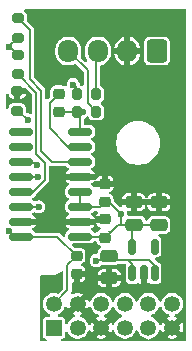
<source format=gbr>
%TF.GenerationSoftware,KiCad,Pcbnew,9.0.6*%
%TF.CreationDate,2025-12-29T21:28:49-05:00*%
%TF.ProjectId,plimsoll,706c696d-736f-46c6-9c2e-6b696361645f,rev?*%
%TF.SameCoordinates,Original*%
%TF.FileFunction,Copper,L1,Top*%
%TF.FilePolarity,Positive*%
%FSLAX46Y46*%
G04 Gerber Fmt 4.6, Leading zero omitted, Abs format (unit mm)*
G04 Created by KiCad (PCBNEW 9.0.6) date 2025-12-29 21:28:49*
%MOMM*%
%LPD*%
G01*
G04 APERTURE LIST*
G04 Aperture macros list*
%AMRoundRect*
0 Rectangle with rounded corners*
0 $1 Rounding radius*
0 $2 $3 $4 $5 $6 $7 $8 $9 X,Y pos of 4 corners*
0 Add a 4 corners polygon primitive as box body*
4,1,4,$2,$3,$4,$5,$6,$7,$8,$9,$2,$3,0*
0 Add four circle primitives for the rounded corners*
1,1,$1+$1,$2,$3*
1,1,$1+$1,$4,$5*
1,1,$1+$1,$6,$7*
1,1,$1+$1,$8,$9*
0 Add four rect primitives between the rounded corners*
20,1,$1+$1,$2,$3,$4,$5,0*
20,1,$1+$1,$4,$5,$6,$7,0*
20,1,$1+$1,$6,$7,$8,$9,0*
20,1,$1+$1,$8,$9,$2,$3,0*%
G04 Aperture macros list end*
%TA.AperFunction,SMDPad,CuDef*%
%ADD10RoundRect,0.200000X-0.275000X0.200000X-0.275000X-0.200000X0.275000X-0.200000X0.275000X0.200000X0*%
%TD*%
%TA.AperFunction,ComponentPad*%
%ADD11RoundRect,0.250000X0.600000X0.725000X-0.600000X0.725000X-0.600000X-0.725000X0.600000X-0.725000X0*%
%TD*%
%TA.AperFunction,ComponentPad*%
%ADD12O,1.700000X1.950000*%
%TD*%
%TA.AperFunction,SMDPad,CuDef*%
%ADD13RoundRect,0.225000X0.250000X-0.225000X0.250000X0.225000X-0.250000X0.225000X-0.250000X-0.225000X0*%
%TD*%
%TA.AperFunction,SMDPad,CuDef*%
%ADD14RoundRect,0.250000X0.475000X-0.250000X0.475000X0.250000X-0.475000X0.250000X-0.475000X-0.250000X0*%
%TD*%
%TA.AperFunction,SMDPad,CuDef*%
%ADD15RoundRect,0.150000X0.150000X-0.512500X0.150000X0.512500X-0.150000X0.512500X-0.150000X-0.512500X0*%
%TD*%
%TA.AperFunction,SMDPad,CuDef*%
%ADD16RoundRect,0.150000X0.850000X0.150000X-0.850000X0.150000X-0.850000X-0.150000X0.850000X-0.150000X0*%
%TD*%
%TA.AperFunction,SMDPad,CuDef*%
%ADD17RoundRect,0.225000X-0.250000X0.225000X-0.250000X-0.225000X0.250000X-0.225000X0.250000X0.225000X0*%
%TD*%
%TA.AperFunction,SMDPad,CuDef*%
%ADD18RoundRect,0.200000X0.275000X-0.200000X0.275000X0.200000X-0.275000X0.200000X-0.275000X-0.200000X0*%
%TD*%
%TA.AperFunction,SMDPad,CuDef*%
%ADD19RoundRect,0.200000X-0.200000X-0.275000X0.200000X-0.275000X0.200000X0.275000X-0.200000X0.275000X0*%
%TD*%
%TA.AperFunction,SMDPad,CuDef*%
%ADD20RoundRect,0.250000X-0.475000X0.250000X-0.475000X-0.250000X0.475000X-0.250000X0.475000X0.250000X0*%
%TD*%
%TA.AperFunction,ComponentPad*%
%ADD21R,1.350000X1.350000*%
%TD*%
%TA.AperFunction,ComponentPad*%
%ADD22C,1.350000*%
%TD*%
%TA.AperFunction,ViaPad*%
%ADD23C,0.600000*%
%TD*%
%TA.AperFunction,Conductor*%
%ADD24C,0.200000*%
%TD*%
G04 APERTURE END LIST*
D10*
%TO.P,R12,1*%
%TO.N,GND*%
X26370000Y-27460000D03*
%TO.P,R12,2*%
%TO.N,Net-(U6-XI)*%
X26370000Y-29110000D03*
%TD*%
D11*
%TO.P,J3,1,Pin_1*%
%TO.N,+3.3VADC*%
X38200000Y-24060000D03*
D12*
%TO.P,J3,2,Pin_2*%
%TO.N,GND*%
X35700000Y-24060000D03*
%TO.P,J3,3,Pin_3*%
%TO.N,/Signal-*%
X33200000Y-24060000D03*
%TO.P,J3,4,Pin_4*%
%TO.N,/Signal+*%
X30700000Y-24060000D03*
%TD*%
D13*
%TO.P,C8,1*%
%TO.N,+3.3VADC*%
X33800000Y-36850000D03*
%TO.P,C8,2*%
%TO.N,GND*%
X33800000Y-35300000D03*
%TD*%
D14*
%TO.P,C11,1*%
%TO.N,+3.3VADC*%
X38370000Y-38770000D03*
%TO.P,C11,2*%
%TO.N,GND*%
X38370000Y-36870000D03*
%TD*%
D10*
%TO.P,R11,1*%
%TO.N,+3V3*%
X26450000Y-24375000D03*
%TO.P,R11,2*%
%TO.N,Net-(U6-S1)*%
X26450000Y-26025000D03*
%TD*%
D15*
%TO.P,U5,1,VIN*%
%TO.N,VBUS*%
X36130000Y-42890000D03*
%TO.P,U5,2,GND*%
%TO.N,GND*%
X37080000Y-42890000D03*
%TO.P,U5,3,EN*%
%TO.N,VBUS*%
X38030000Y-42890000D03*
%TO.P,U5,4,NC*%
%TO.N,unconnected-(U5-NC-Pad4)*%
X38030000Y-40615000D03*
%TO.P,U5,5,VOUT*%
%TO.N,+3.3VADC*%
X36130000Y-40615000D03*
%TD*%
D16*
%TO.P,U6,1,AVDD*%
%TO.N,+3.3VADC*%
X31700000Y-39780000D03*
%TO.P,U6,2,AGND*%
%TO.N,GND*%
X31700000Y-38510000D03*
%TO.P,U6,3,VRO/VREF*%
%TO.N,+3.3VADC*%
X31700000Y-37240000D03*
%TO.P,U6,4,VFB*%
X31700000Y-35970000D03*
%TO.P,U6,5,AGND*%
%TO.N,GND*%
X31700000Y-34700000D03*
%TO.P,U6,6,S0*%
%TO.N,Net-(U6-S0)*%
X31700000Y-33430000D03*
%TO.P,U6,7,INA-*%
%TO.N,Net-(U6-INA-)*%
X31700000Y-32160000D03*
%TO.P,U6,8,INA+*%
%TO.N,Net-(U6-INA+)*%
X31700000Y-30890000D03*
%TO.P,U6,9,INB-*%
%TO.N,unconnected-(U6-INB--Pad9)*%
X26700000Y-30890000D03*
%TO.P,U6,10,INB+*%
%TO.N,unconnected-(U6-INB+-Pad10)*%
X26700000Y-32160000D03*
%TO.P,U6,11,PD_SCK*%
%TO.N,/B3*%
X26700000Y-33430000D03*
%TO.P,U6,12,DOUT*%
%TO.N,/B4*%
X26700000Y-34700000D03*
%TO.P,U6,13,S1*%
%TO.N,Net-(U6-S1)*%
X26700000Y-35970000D03*
%TO.P,U6,14,XI*%
%TO.N,Net-(U6-XI)*%
X26700000Y-37240000D03*
%TO.P,U6,15,DGND*%
%TO.N,GND*%
X26700000Y-38510000D03*
%TO.P,U6,16,DVDD*%
%TO.N,+3V3*%
X26700000Y-39780000D03*
%TD*%
D17*
%TO.P,C7,1*%
%TO.N,Net-(U6-INA-)*%
X29900000Y-27675000D03*
%TO.P,C7,2*%
%TO.N,Net-(U6-INA+)*%
X29900000Y-29225000D03*
%TD*%
D18*
%TO.P,R10,1*%
%TO.N,+3V3*%
X26450000Y-22925000D03*
%TO.P,R10,2*%
%TO.N,Net-(U6-S0)*%
X26450000Y-21275000D03*
%TD*%
D17*
%TO.P,C9,1*%
%TO.N,+3V3*%
X31400000Y-41400000D03*
%TO.P,C9,2*%
%TO.N,GND*%
X31400000Y-42950000D03*
%TD*%
D19*
%TO.P,R8,1*%
%TO.N,Net-(U6-INA-)*%
X31400000Y-27700000D03*
%TO.P,R8,2*%
%TO.N,/Signal-*%
X33050000Y-27700000D03*
%TD*%
%TO.P,R7,1*%
%TO.N,Net-(U6-INA+)*%
X31415000Y-29210000D03*
%TO.P,R7,2*%
%TO.N,/Signal+*%
X33065000Y-29210000D03*
%TD*%
D17*
%TO.P,C12,1*%
%TO.N,GND*%
X33800000Y-38300000D03*
%TO.P,C12,2*%
%TO.N,+3.3VADC*%
X33800000Y-39850000D03*
%TD*%
D20*
%TO.P,C6,1*%
%TO.N,VBUS*%
X34150000Y-41400000D03*
%TO.P,C6,2*%
%TO.N,GND*%
X34150000Y-43300000D03*
%TD*%
D14*
%TO.P,C10,1*%
%TO.N,+3.3VADC*%
X36240000Y-38750000D03*
%TO.P,C10,2*%
%TO.N,GND*%
X36240000Y-36850000D03*
%TD*%
D21*
%TO.P,J1,1,Pin_1*%
%TO.N,VBUS*%
X29480000Y-47480000D03*
D22*
%TO.P,J1,2,Pin_2*%
%TO.N,+3V3*%
X29480000Y-45480000D03*
%TO.P,J1,3,Pin_3*%
%TO.N,/B6*%
X31480000Y-47480000D03*
%TO.P,J1,4,Pin_4*%
%TO.N,GND*%
X31480000Y-45480000D03*
%TO.P,J1,5,Pin_5*%
X33480000Y-47480000D03*
%TO.P,J1,6,Pin_6*%
%TO.N,/B5*%
X33480000Y-45480000D03*
%TO.P,J1,7,Pin_7*%
%TO.N,/D2*%
X35480000Y-47480000D03*
%TO.P,J1,8,Pin_8*%
%TO.N,/B4*%
X35480000Y-45480000D03*
%TO.P,J1,9,Pin_9*%
%TO.N,/D3*%
X37480000Y-47480000D03*
%TO.P,J1,10,Pin_10*%
%TO.N,/B3*%
X37480000Y-45480000D03*
%TO.P,J1,11,Pin_11*%
%TO.N,GND*%
X39480000Y-47480000D03*
%TO.P,J1,12,Pin_12*%
%TO.N,/C13*%
X39480000Y-45480000D03*
%TD*%
D23*
%TO.N,GND*%
X32850000Y-21500000D03*
X32750000Y-43500000D03*
X35150000Y-35700000D03*
X40200000Y-35050000D03*
X29850000Y-43250000D03*
X30150000Y-38550000D03*
X40100000Y-27650000D03*
X40300000Y-40650000D03*
X40000000Y-21600000D03*
X28250000Y-38500000D03*
X28950000Y-25250000D03*
X26357291Y-28160000D03*
X33400000Y-34000000D03*
X38100000Y-35600000D03*
X30099265Y-34400735D03*
X28900000Y-21450000D03*
%TO.N,VBUS*%
X33050000Y-41800000D03*
%TO.N,+3.3VADC*%
X35115000Y-37840000D03*
%TO.N,+3V3*%
X25700000Y-39292898D03*
X25700000Y-23700000D03*
%TO.N,Net-(U6-INA-)*%
X31100000Y-26900000D03*
%TO.N,Net-(U6-INA+)*%
X31900000Y-29200000D03*
%TO.N,/B4*%
X28100000Y-34700000D03*
%TO.N,Net-(U6-XI)*%
X27250000Y-29900000D03*
X28200000Y-37250000D03*
%TO.N,/B3*%
X28042908Y-33707092D03*
%TD*%
D24*
%TO.N,GND*%
X39480000Y-47480000D02*
X39470000Y-47490000D01*
X31700000Y-34700000D02*
X30398530Y-34700000D01*
X26370000Y-27460000D02*
X26370000Y-28147291D01*
X30398530Y-34700000D02*
X30099265Y-34400735D01*
X31700000Y-38510000D02*
X33590000Y-38510000D01*
X31700000Y-38510000D02*
X30190000Y-38510000D01*
X30190000Y-38510000D02*
X30150000Y-38550000D01*
X26710000Y-38500000D02*
X26700000Y-38510000D01*
X28250000Y-38500000D02*
X26710000Y-38500000D01*
X33590000Y-38510000D02*
X33800000Y-38300000D01*
X26370000Y-28147291D02*
X26357291Y-28160000D01*
%TO.N,VBUS*%
X37562499Y-41760000D02*
X36750000Y-41760000D01*
X33850000Y-41760000D02*
X33090000Y-41760000D01*
X38030000Y-42227501D02*
X37562499Y-41760000D01*
X34030000Y-41580000D02*
X33850000Y-41760000D01*
X35760000Y-41760000D02*
X33850000Y-41760000D01*
X36750000Y-41760000D02*
X35760000Y-41760000D01*
X33090000Y-41760000D02*
X33050000Y-41800000D01*
X38030000Y-42890000D02*
X38030000Y-42227501D01*
X34030000Y-40990000D02*
X34030000Y-41580000D01*
X36130000Y-42890000D02*
X36130000Y-42130000D01*
X36130000Y-42130000D02*
X35760000Y-41760000D01*
%TO.N,+3.3VADC*%
X34125000Y-36850000D02*
X35115000Y-37840000D01*
X31700000Y-39780000D02*
X33730000Y-39780000D01*
X34900000Y-38750000D02*
X35130000Y-38750000D01*
X38370000Y-38770000D02*
X36260000Y-38770000D01*
X36260000Y-38770000D02*
X36240000Y-38750000D01*
X36130000Y-38860000D02*
X36240000Y-38750000D01*
X35115000Y-38735000D02*
X35130000Y-38750000D01*
X31700000Y-35970000D02*
X31700000Y-37240000D01*
X36130000Y-40615000D02*
X36130000Y-38860000D01*
X31700000Y-37240000D02*
X33410000Y-37240000D01*
X35115000Y-37840000D02*
X35115000Y-38735000D01*
X33800000Y-36850000D02*
X34125000Y-36850000D01*
X34140000Y-39340000D02*
X34110000Y-39340000D01*
X33410000Y-37240000D02*
X33800000Y-36850000D01*
X33800000Y-39850000D02*
X34900000Y-38750000D01*
X36240000Y-38750000D02*
X35130000Y-38750000D01*
X33730000Y-39780000D02*
X33800000Y-39850000D01*
X31890000Y-39970000D02*
X31700000Y-39780000D01*
%TO.N,+3V3*%
X26700000Y-39780000D02*
X26187102Y-39780000D01*
X25700000Y-23675000D02*
X26450000Y-22925000D01*
X29780000Y-39780000D02*
X26700000Y-39780000D01*
X26187102Y-39780000D02*
X25700000Y-39292898D01*
X25775000Y-23700000D02*
X26450000Y-24375000D01*
X31400000Y-41400000D02*
X30624000Y-42176000D01*
X30624000Y-42176000D02*
X30624000Y-44336000D01*
X25700000Y-23700000D02*
X25775000Y-23700000D01*
X31400000Y-41400000D02*
X29780000Y-39780000D01*
X30624000Y-44336000D02*
X29480000Y-45480000D01*
X25700000Y-23700000D02*
X25700000Y-23675000D01*
%TO.N,/Signal-*%
X33050000Y-24210000D02*
X33200000Y-24060000D01*
X33050000Y-27700000D02*
X33050000Y-24210000D01*
%TO.N,/Signal+*%
X33065000Y-29210000D02*
X32349000Y-28494000D01*
X32349000Y-28494000D02*
X32349000Y-25709000D01*
X32349000Y-25709000D02*
X30700000Y-24060000D01*
%TO.N,Net-(U6-INA-)*%
X29124000Y-30583999D02*
X30700001Y-32160000D01*
X30700001Y-32160000D02*
X31700000Y-32160000D01*
X29124000Y-28451000D02*
X29124000Y-30583999D01*
X31400000Y-27200000D02*
X31100000Y-26900000D01*
X31400000Y-27700000D02*
X31400000Y-27200000D01*
X29900000Y-27675000D02*
X29124000Y-28451000D01*
%TO.N,Net-(U6-INA+)*%
X31415000Y-29210000D02*
X31890000Y-29210000D01*
X30060000Y-29235000D02*
X30085000Y-29210000D01*
X31700000Y-29495000D02*
X31415000Y-29210000D01*
X31890000Y-29210000D02*
X31900000Y-29200000D01*
X30085000Y-29210000D02*
X31415000Y-29210000D01*
X31700000Y-30890000D02*
X31700000Y-29495000D01*
%TO.N,/B4*%
X28100000Y-34700000D02*
X26700000Y-34700000D01*
X35480000Y-45480000D02*
X35480000Y-44880000D01*
%TO.N,Net-(U6-S0)*%
X26450000Y-21275000D02*
X27450000Y-22275000D01*
X29280000Y-33430000D02*
X31700000Y-33430000D01*
X27450000Y-26457900D02*
X28402000Y-27409900D01*
X28402000Y-32552000D02*
X29280000Y-33430000D01*
X28402000Y-27409900D02*
X28402000Y-32552000D01*
X27450000Y-22275000D02*
X27450000Y-26457900D01*
%TO.N,Net-(U6-S1)*%
X28700000Y-33514242D02*
X28700000Y-34949943D01*
X28001000Y-32815242D02*
X28700000Y-33514242D01*
X28001000Y-27576000D02*
X28001000Y-32815242D01*
X27679943Y-35970000D02*
X26700000Y-35970000D01*
X26450000Y-26025000D02*
X28001000Y-27576000D01*
X28700000Y-34949943D02*
X27679943Y-35970000D01*
%TO.N,Net-(U6-XI)*%
X26460000Y-29110000D02*
X27250000Y-29900000D01*
X26710000Y-37250000D02*
X26700000Y-37240000D01*
X28200000Y-37250000D02*
X26710000Y-37250000D01*
X26370000Y-29110000D02*
X26460000Y-29110000D01*
%TO.N,/B3*%
X26770000Y-33500000D02*
X26700000Y-33430000D01*
X37480000Y-45220000D02*
X37480000Y-45480000D01*
X28042908Y-33707092D02*
X27835815Y-33500000D01*
X27835815Y-33500000D02*
X26770000Y-33500000D01*
%TD*%
%TA.AperFunction,Conductor*%
%TO.N,GND*%
G36*
X30210535Y-42721315D02*
G01*
X30259202Y-42771448D01*
X30273500Y-42829254D01*
X30273500Y-44139455D01*
X30253815Y-44206494D01*
X30237181Y-44227136D01*
X29896432Y-44567884D01*
X29835109Y-44601369D01*
X29765417Y-44596385D01*
X29761303Y-44594766D01*
X29749958Y-44590067D01*
X29749951Y-44590065D01*
X29571156Y-44554500D01*
X29571154Y-44554500D01*
X29388846Y-44554500D01*
X29388844Y-44554500D01*
X29210047Y-44590065D01*
X29210037Y-44590068D01*
X29041612Y-44659831D01*
X29041608Y-44659833D01*
X28890032Y-44761113D01*
X28890024Y-44761119D01*
X28761119Y-44890024D01*
X28761113Y-44890032D01*
X28659833Y-45041608D01*
X28659831Y-45041612D01*
X28590068Y-45210037D01*
X28590065Y-45210047D01*
X28554500Y-45388843D01*
X28554500Y-45388846D01*
X28554500Y-45571154D01*
X28554500Y-45571156D01*
X28554499Y-45571156D01*
X28590065Y-45749952D01*
X28590068Y-45749962D01*
X28659831Y-45918387D01*
X28659833Y-45918391D01*
X28761113Y-46069967D01*
X28761119Y-46069975D01*
X28890024Y-46198880D01*
X28890032Y-46198886D01*
X29041608Y-46300166D01*
X29041612Y-46300168D01*
X29079687Y-46315939D01*
X29134091Y-46359780D01*
X29156156Y-46426074D01*
X29138877Y-46493773D01*
X29087740Y-46541384D01*
X29032235Y-46554500D01*
X28780323Y-46554500D01*
X28707264Y-46569032D01*
X28707260Y-46569033D01*
X28624399Y-46624399D01*
X28569033Y-46707260D01*
X28569032Y-46707264D01*
X28554500Y-46780321D01*
X28554500Y-48179678D01*
X28569032Y-48252735D01*
X28569033Y-48252739D01*
X28569034Y-48252740D01*
X28624399Y-48335601D01*
X28675783Y-48369934D01*
X28707260Y-48390966D01*
X28707263Y-48390967D01*
X28772194Y-48403883D01*
X28834105Y-48436268D01*
X28868679Y-48496984D01*
X28864939Y-48566753D01*
X28824072Y-48623425D01*
X28759054Y-48649007D01*
X28748002Y-48649500D01*
X28394500Y-48649500D01*
X28327461Y-48629815D01*
X28281706Y-48577011D01*
X28270500Y-48525500D01*
X28270500Y-43184428D01*
X28290185Y-43117389D01*
X28342989Y-43071634D01*
X28394481Y-43060428D01*
X29146692Y-43060344D01*
X29255062Y-43060405D01*
X29255062Y-43060404D01*
X29255064Y-43060405D01*
X29353777Y-43044826D01*
X29485237Y-43024081D01*
X29706895Y-42952197D01*
X29914580Y-42846524D01*
X30076675Y-42728892D01*
X30142490Y-42705452D01*
X30210535Y-42721315D01*
G37*
%TD.AperFunction*%
%TA.AperFunction,Conductor*%
G36*
X33080000Y-47532661D02*
G01*
X33107259Y-47634394D01*
X33159920Y-47725606D01*
X33234394Y-47800080D01*
X33325606Y-47852741D01*
X33427339Y-47880000D01*
X33433553Y-47880000D01*
X33025050Y-48288500D01*
X33041849Y-48299725D01*
X33041855Y-48299728D01*
X33210182Y-48369451D01*
X33210194Y-48369454D01*
X33383277Y-48403883D01*
X33445188Y-48436268D01*
X33479762Y-48496983D01*
X33479312Y-48505363D01*
X33507201Y-48444297D01*
X33565979Y-48406523D01*
X33576723Y-48403883D01*
X33749805Y-48369454D01*
X33749813Y-48369452D01*
X33918151Y-48299724D01*
X33918154Y-48299723D01*
X33934947Y-48288500D01*
X33934948Y-48288500D01*
X33526448Y-47880000D01*
X33532661Y-47880000D01*
X33634394Y-47852741D01*
X33725606Y-47800080D01*
X33800080Y-47725606D01*
X33852741Y-47634394D01*
X33880000Y-47532661D01*
X33880000Y-47526448D01*
X34288500Y-47934948D01*
X34288500Y-47934947D01*
X34299723Y-47918154D01*
X34299726Y-47918148D01*
X34365168Y-47760156D01*
X34409008Y-47705752D01*
X34475302Y-47683687D01*
X34543002Y-47700966D01*
X34590613Y-47752103D01*
X34594290Y-47760155D01*
X34659833Y-47918390D01*
X34659833Y-47918391D01*
X34761113Y-48069967D01*
X34761119Y-48069975D01*
X34890024Y-48198880D01*
X34890032Y-48198886D01*
X35041608Y-48300166D01*
X35041612Y-48300168D01*
X35210037Y-48369931D01*
X35210042Y-48369933D01*
X35210046Y-48369933D01*
X35210047Y-48369934D01*
X35368735Y-48401500D01*
X35368737Y-48401500D01*
X35388846Y-48405500D01*
X35571154Y-48405500D01*
X35591263Y-48401500D01*
X35591265Y-48401500D01*
X35698417Y-48380185D01*
X35749958Y-48369933D01*
X35918389Y-48300167D01*
X35918391Y-48300166D01*
X35993672Y-48249864D01*
X36069972Y-48198883D01*
X36198883Y-48069972D01*
X36289103Y-47934948D01*
X36300166Y-47918391D01*
X36300168Y-47918387D01*
X36365439Y-47760808D01*
X36409280Y-47706404D01*
X36475574Y-47684339D01*
X36543273Y-47701618D01*
X36590884Y-47752755D01*
X36594561Y-47760808D01*
X36659831Y-47918387D01*
X36659833Y-47918391D01*
X36761113Y-48069967D01*
X36761119Y-48069975D01*
X36890024Y-48198880D01*
X36890032Y-48198886D01*
X37041608Y-48300166D01*
X37041612Y-48300168D01*
X37210037Y-48369931D01*
X37210042Y-48369933D01*
X37210046Y-48369933D01*
X37210047Y-48369934D01*
X37380715Y-48403883D01*
X37442626Y-48436268D01*
X37477200Y-48496984D01*
X37473460Y-48566753D01*
X37432593Y-48623425D01*
X37367575Y-48649007D01*
X37356523Y-48649500D01*
X33600914Y-48649500D01*
X33533875Y-48629815D01*
X33488120Y-48577011D01*
X33478907Y-48512937D01*
X33476023Y-48566753D01*
X33435157Y-48623425D01*
X33370138Y-48649006D01*
X33359086Y-48649500D01*
X30211998Y-48649500D01*
X30144959Y-48629815D01*
X30099204Y-48577011D01*
X30089260Y-48507853D01*
X30118285Y-48444297D01*
X30177063Y-48406523D01*
X30187806Y-48403883D01*
X30252736Y-48390967D01*
X30252737Y-48390966D01*
X30252740Y-48390966D01*
X30335601Y-48335601D01*
X30390966Y-48252740D01*
X30405500Y-48179674D01*
X30405500Y-47927765D01*
X30425185Y-47860726D01*
X30477989Y-47814971D01*
X30547147Y-47805027D01*
X30610703Y-47834052D01*
X30644061Y-47880313D01*
X30659831Y-47918387D01*
X30659833Y-47918391D01*
X30761113Y-48069967D01*
X30761119Y-48069975D01*
X30890024Y-48198880D01*
X30890032Y-48198886D01*
X31041608Y-48300166D01*
X31041612Y-48300168D01*
X31210037Y-48369931D01*
X31210042Y-48369933D01*
X31210046Y-48369933D01*
X31210047Y-48369934D01*
X31368735Y-48401500D01*
X31368737Y-48401500D01*
X31388846Y-48405500D01*
X31571154Y-48405500D01*
X31591263Y-48401500D01*
X31591265Y-48401500D01*
X31698417Y-48380185D01*
X31749958Y-48369933D01*
X31918389Y-48300167D01*
X31918391Y-48300166D01*
X31993672Y-48249864D01*
X32069972Y-48198883D01*
X32198883Y-48069972D01*
X32289103Y-47934948D01*
X32300166Y-47918391D01*
X32300168Y-47918387D01*
X32365709Y-47760156D01*
X32409550Y-47705752D01*
X32475844Y-47683687D01*
X32543543Y-47700966D01*
X32591154Y-47752103D01*
X32594831Y-47760156D01*
X32660271Y-47918145D01*
X32671498Y-47934947D01*
X33080000Y-47526445D01*
X33080000Y-47532661D01*
G37*
%TD.AperFunction*%
%TA.AperFunction,Conductor*%
G36*
X40642539Y-20520185D02*
G01*
X40688294Y-20572989D01*
X40699500Y-20624500D01*
X40699500Y-48525500D01*
X40679815Y-48592539D01*
X40627011Y-48638294D01*
X40575500Y-48649500D01*
X37603477Y-48649500D01*
X37536438Y-48629815D01*
X37490683Y-48577011D01*
X37480739Y-48507853D01*
X37509764Y-48444297D01*
X37568542Y-48406523D01*
X37579285Y-48403883D01*
X37693070Y-48381248D01*
X37749958Y-48369933D01*
X37918389Y-48300167D01*
X37918391Y-48300166D01*
X37993672Y-48249864D01*
X38069972Y-48198883D01*
X38198883Y-48069972D01*
X38289103Y-47934948D01*
X38300166Y-47918391D01*
X38300168Y-47918387D01*
X38365709Y-47760156D01*
X38409550Y-47705752D01*
X38475844Y-47683687D01*
X38543543Y-47700966D01*
X38591154Y-47752103D01*
X38594831Y-47760156D01*
X38660271Y-47918145D01*
X38671498Y-47934947D01*
X39080000Y-47526445D01*
X39080000Y-47532661D01*
X39107259Y-47634394D01*
X39159920Y-47725606D01*
X39234394Y-47800080D01*
X39325606Y-47852741D01*
X39427339Y-47880000D01*
X39433553Y-47880000D01*
X39025050Y-48288500D01*
X39041849Y-48299725D01*
X39041855Y-48299728D01*
X39210182Y-48369451D01*
X39210194Y-48369454D01*
X39371297Y-48401500D01*
X39588703Y-48401500D01*
X39749805Y-48369454D01*
X39749813Y-48369452D01*
X39918151Y-48299724D01*
X39918154Y-48299723D01*
X39934947Y-48288500D01*
X39934948Y-48288500D01*
X39526448Y-47880000D01*
X39532661Y-47880000D01*
X39634394Y-47852741D01*
X39725606Y-47800080D01*
X39800080Y-47725606D01*
X39852741Y-47634394D01*
X39880000Y-47532661D01*
X39880000Y-47526448D01*
X40288500Y-47934948D01*
X40288500Y-47934947D01*
X40299723Y-47918154D01*
X40299724Y-47918151D01*
X40369452Y-47749813D01*
X40369454Y-47749805D01*
X40404999Y-47571109D01*
X40405000Y-47571106D01*
X40405000Y-47388894D01*
X40404999Y-47388890D01*
X40369454Y-47210194D01*
X40369451Y-47210182D01*
X40299728Y-47041855D01*
X40299725Y-47041849D01*
X40288500Y-47025050D01*
X39880000Y-47433551D01*
X39880000Y-47427339D01*
X39852741Y-47325606D01*
X39800080Y-47234394D01*
X39725606Y-47159920D01*
X39634394Y-47107259D01*
X39532661Y-47080000D01*
X39526447Y-47080000D01*
X39934947Y-46671498D01*
X39918145Y-46660271D01*
X39760156Y-46594831D01*
X39705752Y-46550990D01*
X39683687Y-46484696D01*
X39700966Y-46416997D01*
X39752103Y-46369386D01*
X39760156Y-46365709D01*
X39918387Y-46300168D01*
X39918391Y-46300166D01*
X39993672Y-46249864D01*
X40069972Y-46198883D01*
X40198883Y-46069972D01*
X40289103Y-45934948D01*
X40300166Y-45918391D01*
X40300168Y-45918387D01*
X40349172Y-45800080D01*
X40369933Y-45749958D01*
X40405500Y-45571154D01*
X40405500Y-45388846D01*
X40405500Y-45388843D01*
X40369934Y-45210047D01*
X40369933Y-45210046D01*
X40369933Y-45210042D01*
X40365709Y-45199844D01*
X40300168Y-45041612D01*
X40300166Y-45041608D01*
X40198886Y-44890032D01*
X40198880Y-44890024D01*
X40069975Y-44761119D01*
X40069967Y-44761113D01*
X39918391Y-44659833D01*
X39918387Y-44659831D01*
X39749962Y-44590068D01*
X39749952Y-44590065D01*
X39571156Y-44554500D01*
X39571154Y-44554500D01*
X39388846Y-44554500D01*
X39388844Y-44554500D01*
X39210047Y-44590065D01*
X39210037Y-44590068D01*
X39041612Y-44659831D01*
X39041608Y-44659833D01*
X38890032Y-44761113D01*
X38890024Y-44761119D01*
X38761119Y-44890024D01*
X38761113Y-44890032D01*
X38659833Y-45041608D01*
X38594561Y-45199192D01*
X38550720Y-45253595D01*
X38484426Y-45275660D01*
X38416727Y-45258381D01*
X38369116Y-45207244D01*
X38365439Y-45199192D01*
X38300166Y-45041608D01*
X38198886Y-44890032D01*
X38198880Y-44890024D01*
X38069975Y-44761119D01*
X38069967Y-44761113D01*
X37918391Y-44659833D01*
X37918387Y-44659831D01*
X37749962Y-44590068D01*
X37749952Y-44590065D01*
X37571156Y-44554500D01*
X37571154Y-44554500D01*
X37388846Y-44554500D01*
X37388844Y-44554500D01*
X37210047Y-44590065D01*
X37210037Y-44590068D01*
X37041612Y-44659831D01*
X37041608Y-44659833D01*
X36890032Y-44761113D01*
X36890024Y-44761119D01*
X36761119Y-44890024D01*
X36761113Y-44890032D01*
X36659833Y-45041608D01*
X36594561Y-45199192D01*
X36550720Y-45253595D01*
X36484426Y-45275660D01*
X36416727Y-45258381D01*
X36369116Y-45207244D01*
X36365439Y-45199192D01*
X36300166Y-45041608D01*
X36198886Y-44890032D01*
X36198880Y-44890024D01*
X36069975Y-44761119D01*
X36069967Y-44761113D01*
X35918391Y-44659833D01*
X35918387Y-44659831D01*
X35749960Y-44590067D01*
X35749954Y-44590065D01*
X35661504Y-44572471D01*
X35623702Y-44558243D01*
X35615288Y-44553386D01*
X35526144Y-44529500D01*
X35433856Y-44529500D01*
X35344715Y-44553384D01*
X35344711Y-44553386D01*
X35336291Y-44558247D01*
X35298493Y-44572471D01*
X35210046Y-44590065D01*
X35210039Y-44590067D01*
X35041612Y-44659831D01*
X35041608Y-44659833D01*
X34890032Y-44761113D01*
X34890024Y-44761119D01*
X34761119Y-44890024D01*
X34761113Y-44890032D01*
X34659833Y-45041608D01*
X34594561Y-45199192D01*
X34550720Y-45253595D01*
X34484426Y-45275660D01*
X34416727Y-45258381D01*
X34369116Y-45207244D01*
X34365439Y-45199192D01*
X34300166Y-45041608D01*
X34198886Y-44890032D01*
X34198880Y-44890024D01*
X34069975Y-44761119D01*
X34069967Y-44761113D01*
X33918391Y-44659833D01*
X33918387Y-44659831D01*
X33749962Y-44590068D01*
X33749952Y-44590065D01*
X33571156Y-44554500D01*
X33571154Y-44554500D01*
X33388846Y-44554500D01*
X33388844Y-44554500D01*
X33210047Y-44590065D01*
X33210037Y-44590068D01*
X33041612Y-44659831D01*
X33041608Y-44659833D01*
X32890032Y-44761113D01*
X32890024Y-44761119D01*
X32761119Y-44890024D01*
X32761113Y-44890032D01*
X32659833Y-45041608D01*
X32659833Y-45041609D01*
X32594290Y-45199844D01*
X32550449Y-45254247D01*
X32484154Y-45276312D01*
X32416455Y-45259033D01*
X32368845Y-45207895D01*
X32365168Y-45199843D01*
X32299728Y-45041855D01*
X32299725Y-45041849D01*
X32288500Y-45025050D01*
X31880000Y-45433551D01*
X31880000Y-45427339D01*
X31852741Y-45325606D01*
X31800080Y-45234394D01*
X31725606Y-45159920D01*
X31634394Y-45107259D01*
X31532661Y-45080000D01*
X31526445Y-45080000D01*
X31934947Y-44671498D01*
X31918145Y-44660271D01*
X31749817Y-44590548D01*
X31749805Y-44590545D01*
X31571109Y-44555000D01*
X31388890Y-44555000D01*
X31210194Y-44590545D01*
X31210182Y-44590548D01*
X31113799Y-44630471D01*
X31044329Y-44637940D01*
X30981850Y-44606664D01*
X30946199Y-44546575D01*
X30948606Y-44479164D01*
X30948510Y-44479139D01*
X30948622Y-44478718D01*
X30948693Y-44476750D01*
X30950315Y-44472400D01*
X30950612Y-44471291D01*
X30950614Y-44471288D01*
X30974500Y-44382144D01*
X30974500Y-43773853D01*
X30994185Y-43706814D01*
X31046989Y-43661059D01*
X31101242Y-43650768D01*
X31101242Y-43650000D01*
X31149999Y-43649999D01*
X31650000Y-43649999D01*
X31695433Y-43649999D01*
X31695439Y-43649998D01*
X31752007Y-43643918D01*
X31875536Y-43597844D01*
X33175000Y-43597844D01*
X33181401Y-43657372D01*
X33181403Y-43657379D01*
X33231645Y-43792086D01*
X33231649Y-43792093D01*
X33317809Y-43907187D01*
X33317812Y-43907190D01*
X33432906Y-43993350D01*
X33432913Y-43993354D01*
X33567620Y-44043596D01*
X33567627Y-44043598D01*
X33627155Y-44049999D01*
X33627172Y-44050000D01*
X33900000Y-44050000D01*
X34400000Y-44050000D01*
X34672828Y-44050000D01*
X34672844Y-44049999D01*
X34732372Y-44043598D01*
X34732379Y-44043596D01*
X34867086Y-43993354D01*
X34867093Y-43993350D01*
X34982187Y-43907190D01*
X34982190Y-43907187D01*
X35068350Y-43792093D01*
X35068354Y-43792086D01*
X35118596Y-43657379D01*
X35118598Y-43657372D01*
X35124999Y-43597844D01*
X35125000Y-43597827D01*
X35125000Y-43550000D01*
X34400000Y-43550000D01*
X34400000Y-44050000D01*
X33900000Y-44050000D01*
X33900000Y-43550000D01*
X33175000Y-43550000D01*
X33175000Y-43597844D01*
X31875536Y-43597844D01*
X31879981Y-43596186D01*
X31879984Y-43596184D01*
X31989329Y-43514329D01*
X32056705Y-43424327D01*
X32056706Y-43424325D01*
X32071182Y-43404987D01*
X32071185Y-43404983D01*
X32118916Y-43277010D01*
X32124999Y-43220428D01*
X32125000Y-43220427D01*
X32125000Y-43200000D01*
X31650000Y-43200000D01*
X31650000Y-43649999D01*
X31149999Y-43649999D01*
X31150000Y-43649998D01*
X31150000Y-43074000D01*
X31169685Y-43006961D01*
X31175231Y-43002155D01*
X33175000Y-43002155D01*
X33175000Y-43050000D01*
X33900000Y-43050000D01*
X34400000Y-43050000D01*
X35125000Y-43050000D01*
X35125000Y-43002172D01*
X35124999Y-43002155D01*
X35118598Y-42942627D01*
X35118596Y-42942620D01*
X35068354Y-42807913D01*
X35068350Y-42807906D01*
X34982190Y-42692812D01*
X34982187Y-42692809D01*
X34867093Y-42606649D01*
X34867086Y-42606645D01*
X34732379Y-42556403D01*
X34732372Y-42556401D01*
X34672844Y-42550000D01*
X34400000Y-42550000D01*
X34400000Y-43050000D01*
X33900000Y-43050000D01*
X33900000Y-42550000D01*
X33627155Y-42550000D01*
X33567627Y-42556401D01*
X33567620Y-42556403D01*
X33432913Y-42606645D01*
X33432906Y-42606649D01*
X33317812Y-42692809D01*
X33317809Y-42692812D01*
X33231649Y-42807906D01*
X33231645Y-42807913D01*
X33181403Y-42942620D01*
X33181401Y-42942627D01*
X33175000Y-43002155D01*
X31175231Y-43002155D01*
X31222489Y-42961206D01*
X31274000Y-42950000D01*
X31400000Y-42950000D01*
X31400000Y-42824000D01*
X31419685Y-42756961D01*
X31472489Y-42711206D01*
X31524000Y-42700000D01*
X32124999Y-42700000D01*
X32124999Y-42679566D01*
X32124998Y-42679560D01*
X32118918Y-42622992D01*
X32071186Y-42495018D01*
X32071184Y-42495015D01*
X31989329Y-42385670D01*
X31879984Y-42303815D01*
X31879983Y-42303814D01*
X31846827Y-42291448D01*
X31790894Y-42249576D01*
X31766477Y-42184112D01*
X31781329Y-42115839D01*
X31830734Y-42066434D01*
X31846816Y-42059089D01*
X31880226Y-42046628D01*
X31989687Y-41964687D01*
X32071628Y-41855226D01*
X32119412Y-41727114D01*
X32121869Y-41704263D01*
X32125499Y-41670501D01*
X32125499Y-41670494D01*
X32125500Y-41670485D01*
X32125499Y-41129516D01*
X32119412Y-41072886D01*
X32108084Y-41042516D01*
X32092413Y-41000500D01*
X32071628Y-40944774D01*
X31989687Y-40835313D01*
X31923911Y-40786074D01*
X31880228Y-40753373D01*
X31880226Y-40753372D01*
X31752114Y-40705588D01*
X31752112Y-40705587D01*
X31752110Y-40705587D01*
X31695501Y-40699500D01*
X31695485Y-40699500D01*
X31246544Y-40699500D01*
X31217103Y-40690855D01*
X31187117Y-40684332D01*
X31182101Y-40680577D01*
X31179505Y-40679815D01*
X31158863Y-40663181D01*
X31037862Y-40542180D01*
X31004377Y-40480857D01*
X31009361Y-40411165D01*
X31051233Y-40355232D01*
X31116697Y-40330815D01*
X31125543Y-40330499D01*
X32581517Y-40330499D01*
X32581518Y-40330499D01*
X32675304Y-40315646D01*
X32788342Y-40258050D01*
X32833774Y-40212618D01*
X32879574Y-40166819D01*
X32906501Y-40152115D01*
X32932320Y-40135523D01*
X32938520Y-40134631D01*
X32940897Y-40133334D01*
X32967255Y-40130500D01*
X32977107Y-40130500D01*
X33044146Y-40150185D01*
X33089901Y-40202989D01*
X33093288Y-40211165D01*
X33093830Y-40212618D01*
X33128372Y-40305226D01*
X33210313Y-40414687D01*
X33319774Y-40496628D01*
X33369215Y-40515069D01*
X33425147Y-40556938D01*
X33449564Y-40622402D01*
X33434712Y-40690675D01*
X33400192Y-40730515D01*
X33317452Y-40792455D01*
X33231206Y-40907664D01*
X33231202Y-40907671D01*
X33180908Y-41042517D01*
X33174675Y-41100500D01*
X33174501Y-41102123D01*
X33174500Y-41102135D01*
X33174500Y-41125500D01*
X33154815Y-41192539D01*
X33102011Y-41238294D01*
X33050500Y-41249500D01*
X32977525Y-41249500D01*
X32848993Y-41283940D01*
X32837511Y-41287017D01*
X32711988Y-41359488D01*
X32711982Y-41359493D01*
X32609493Y-41461982D01*
X32609488Y-41461988D01*
X32537017Y-41587511D01*
X32537016Y-41587515D01*
X32499500Y-41727525D01*
X32499500Y-41872475D01*
X32537016Y-42012485D01*
X32537017Y-42012488D01*
X32609488Y-42138011D01*
X32609490Y-42138013D01*
X32609491Y-42138015D01*
X32711985Y-42240509D01*
X32711986Y-42240510D01*
X32711988Y-42240511D01*
X32837511Y-42312982D01*
X32837512Y-42312982D01*
X32837515Y-42312984D01*
X32977525Y-42350500D01*
X32977528Y-42350500D01*
X33122472Y-42350500D01*
X33122475Y-42350500D01*
X33262485Y-42312984D01*
X33388015Y-42240509D01*
X33451418Y-42177105D01*
X33512737Y-42143623D01*
X33559719Y-42144044D01*
X33559804Y-42143262D01*
X33576387Y-42145044D01*
X33627127Y-42150500D01*
X34672872Y-42150499D01*
X34732483Y-42144091D01*
X34801584Y-42118318D01*
X34844917Y-42110500D01*
X35471611Y-42110500D01*
X35538650Y-42130185D01*
X35584405Y-42182989D01*
X35594349Y-42252147D01*
X35594084Y-42253898D01*
X35579500Y-42345975D01*
X35579500Y-43434017D01*
X35590292Y-43502157D01*
X35594354Y-43527804D01*
X35651950Y-43640842D01*
X35651952Y-43640844D01*
X35651954Y-43640847D01*
X35741652Y-43730545D01*
X35741654Y-43730546D01*
X35741658Y-43730550D01*
X35826645Y-43773853D01*
X35854698Y-43788147D01*
X35948475Y-43802999D01*
X35948481Y-43803000D01*
X36311518Y-43802999D01*
X36405304Y-43788146D01*
X36518342Y-43730550D01*
X36518349Y-43730542D01*
X36526241Y-43724811D01*
X36527142Y-43726052D01*
X36578974Y-43697739D01*
X36648667Y-43702712D01*
X36683536Y-43725117D01*
X36684056Y-43724402D01*
X36691954Y-43730139D01*
X36804854Y-43787665D01*
X36829998Y-43791647D01*
X36830000Y-43791646D01*
X36830000Y-43014000D01*
X36849685Y-42946961D01*
X36902489Y-42901206D01*
X36954000Y-42890000D01*
X37206000Y-42890000D01*
X37273039Y-42909685D01*
X37318794Y-42962489D01*
X37330000Y-43014000D01*
X37330000Y-43791646D01*
X37330001Y-43791647D01*
X37355145Y-43787665D01*
X37468045Y-43730139D01*
X37475944Y-43724402D01*
X37476941Y-43725774D01*
X37528278Y-43697737D01*
X37597971Y-43702716D01*
X37633311Y-43725427D01*
X37633759Y-43724811D01*
X37641653Y-43730545D01*
X37641658Y-43730550D01*
X37726645Y-43773853D01*
X37754698Y-43788147D01*
X37848475Y-43802999D01*
X37848481Y-43803000D01*
X38211518Y-43802999D01*
X38305304Y-43788146D01*
X38418342Y-43730550D01*
X38508050Y-43640842D01*
X38565646Y-43527804D01*
X38565646Y-43527802D01*
X38565647Y-43527801D01*
X38580499Y-43434024D01*
X38580500Y-43434019D01*
X38580499Y-42345982D01*
X38565646Y-42252196D01*
X38508050Y-42139158D01*
X38508046Y-42139154D01*
X38508045Y-42139152D01*
X38418347Y-42049454D01*
X38418344Y-42049452D01*
X38418342Y-42049450D01*
X38305304Y-41991854D01*
X38305302Y-41991853D01*
X38296609Y-41987424D01*
X38297592Y-41985492D01*
X38261633Y-41963453D01*
X38037860Y-41739680D01*
X38004375Y-41678357D01*
X38009359Y-41608665D01*
X38051231Y-41552732D01*
X38116695Y-41528315D01*
X38125534Y-41527999D01*
X38211518Y-41527999D01*
X38305304Y-41513146D01*
X38418342Y-41455550D01*
X38508050Y-41365842D01*
X38565646Y-41252804D01*
X38565646Y-41252802D01*
X38565647Y-41252801D01*
X38580499Y-41159024D01*
X38580500Y-41159019D01*
X38580499Y-40070982D01*
X38565646Y-39977196D01*
X38508050Y-39864158D01*
X38508046Y-39864154D01*
X38508045Y-39864152D01*
X38418347Y-39774454D01*
X38418344Y-39774452D01*
X38418342Y-39774450D01*
X38380135Y-39754982D01*
X38329341Y-39707009D01*
X38312546Y-39639188D01*
X38335084Y-39573053D01*
X38389799Y-39529602D01*
X38436429Y-39520499D01*
X38892872Y-39520499D01*
X38952483Y-39514091D01*
X39087331Y-39463796D01*
X39202546Y-39377546D01*
X39288796Y-39262331D01*
X39339091Y-39127483D01*
X39345500Y-39067873D01*
X39345499Y-38472128D01*
X39340299Y-38423757D01*
X39339091Y-38412516D01*
X39288797Y-38277671D01*
X39288793Y-38277664D01*
X39202547Y-38162455D01*
X39202544Y-38162452D01*
X39087335Y-38076206D01*
X39087328Y-38076202D01*
X38952482Y-38025908D01*
X38952483Y-38025908D01*
X38892883Y-38019501D01*
X38892881Y-38019500D01*
X38892873Y-38019500D01*
X38892864Y-38019500D01*
X37847129Y-38019500D01*
X37847123Y-38019501D01*
X37787516Y-38025908D01*
X37652671Y-38076202D01*
X37652664Y-38076206D01*
X37537455Y-38162452D01*
X37537452Y-38162455D01*
X37451206Y-38277664D01*
X37451202Y-38277671D01*
X37428391Y-38338833D01*
X37415121Y-38356559D01*
X37405922Y-38376703D01*
X37394591Y-38383984D01*
X37386520Y-38394767D01*
X37365771Y-38402505D01*
X37347144Y-38414477D01*
X37325227Y-38417628D01*
X37321056Y-38419184D01*
X37312209Y-38419500D01*
X37305250Y-38419500D01*
X37238211Y-38399815D01*
X37192456Y-38347011D01*
X37189068Y-38338832D01*
X37158798Y-38257673D01*
X37158793Y-38257664D01*
X37072547Y-38142455D01*
X37072544Y-38142452D01*
X36957335Y-38056206D01*
X36957328Y-38056202D01*
X36822482Y-38005908D01*
X36822483Y-38005908D01*
X36762883Y-37999501D01*
X36762881Y-37999500D01*
X36762873Y-37999500D01*
X36762865Y-37999500D01*
X35789500Y-37999500D01*
X35783703Y-37997797D01*
X35777772Y-37998944D01*
X35750568Y-37988068D01*
X35722461Y-37979815D01*
X35718505Y-37975249D01*
X35712895Y-37973007D01*
X35695887Y-37949147D01*
X35676706Y-37927011D01*
X35674947Y-37919771D01*
X35672339Y-37916112D01*
X35668449Y-37893014D01*
X35665643Y-37881459D01*
X35665500Y-37878486D01*
X35665500Y-37767525D01*
X35658993Y-37743240D01*
X35658354Y-37729959D01*
X35663570Y-37708409D01*
X35664098Y-37686246D01*
X35671631Y-37675115D01*
X35674794Y-37662051D01*
X35690834Y-37646741D01*
X35703260Y-37628383D01*
X35715614Y-37623092D01*
X35725339Y-37613811D01*
X35747107Y-37609604D01*
X35767487Y-37600877D01*
X35782211Y-37600000D01*
X35990000Y-37600000D01*
X36490000Y-37600000D01*
X36762828Y-37600000D01*
X36762844Y-37599999D01*
X36822372Y-37593598D01*
X36822379Y-37593596D01*
X36957086Y-37543354D01*
X36957093Y-37543350D01*
X37072187Y-37457190D01*
X37072190Y-37457187D01*
X37158350Y-37342093D01*
X37158354Y-37342086D01*
X37185088Y-37270409D01*
X37226959Y-37214475D01*
X37292423Y-37190058D01*
X37360696Y-37204909D01*
X37410102Y-37254314D01*
X37417452Y-37270409D01*
X37451645Y-37362086D01*
X37451649Y-37362093D01*
X37537809Y-37477187D01*
X37537812Y-37477190D01*
X37652906Y-37563350D01*
X37652913Y-37563354D01*
X37787620Y-37613596D01*
X37787627Y-37613598D01*
X37847155Y-37619999D01*
X37847172Y-37620000D01*
X38120000Y-37620000D01*
X38620000Y-37620000D01*
X38892828Y-37620000D01*
X38892844Y-37619999D01*
X38952372Y-37613598D01*
X38952379Y-37613596D01*
X39087086Y-37563354D01*
X39087093Y-37563350D01*
X39202187Y-37477190D01*
X39202190Y-37477187D01*
X39288350Y-37362093D01*
X39288354Y-37362086D01*
X39338596Y-37227379D01*
X39338598Y-37227372D01*
X39344999Y-37167844D01*
X39345000Y-37167827D01*
X39345000Y-37120000D01*
X38620000Y-37120000D01*
X38620000Y-37620000D01*
X38120000Y-37620000D01*
X38120000Y-37120000D01*
X37388614Y-37120000D01*
X37341358Y-37145804D01*
X37271666Y-37140820D01*
X37227319Y-37112319D01*
X37215000Y-37100000D01*
X36490000Y-37100000D01*
X36490000Y-37600000D01*
X35990000Y-37600000D01*
X35990000Y-37100000D01*
X35265000Y-37100000D01*
X35265000Y-37147841D01*
X35265474Y-37152243D01*
X35262694Y-37167649D01*
X35264923Y-37183147D01*
X35256618Y-37201330D01*
X35253070Y-37221003D01*
X35242401Y-37232461D01*
X35235898Y-37246703D01*
X35219081Y-37257510D01*
X35205460Y-37272141D01*
X35189503Y-37276518D01*
X35177120Y-37284477D01*
X35142185Y-37289500D01*
X35111543Y-37289500D01*
X35044504Y-37269815D01*
X35023862Y-37253181D01*
X34561818Y-36791136D01*
X34528333Y-36729813D01*
X34525499Y-36703455D01*
X34525499Y-36579518D01*
X34525498Y-36579502D01*
X34523628Y-36562100D01*
X34522559Y-36552155D01*
X35265000Y-36552155D01*
X35265000Y-36600000D01*
X35990000Y-36600000D01*
X36490000Y-36600000D01*
X37221386Y-36600000D01*
X37268642Y-36574196D01*
X37338334Y-36579180D01*
X37382681Y-36607681D01*
X37395000Y-36620000D01*
X38120000Y-36620000D01*
X38620000Y-36620000D01*
X39345000Y-36620000D01*
X39345000Y-36572172D01*
X39344999Y-36572155D01*
X39338598Y-36512627D01*
X39338596Y-36512620D01*
X39288354Y-36377913D01*
X39288350Y-36377906D01*
X39202190Y-36262812D01*
X39202187Y-36262809D01*
X39087093Y-36176649D01*
X39087086Y-36176645D01*
X38952379Y-36126403D01*
X38952372Y-36126401D01*
X38892844Y-36120000D01*
X38620000Y-36120000D01*
X38620000Y-36620000D01*
X38120000Y-36620000D01*
X38120000Y-36120000D01*
X37847155Y-36120000D01*
X37787627Y-36126401D01*
X37787620Y-36126403D01*
X37652913Y-36176645D01*
X37652906Y-36176649D01*
X37537812Y-36262809D01*
X37537809Y-36262812D01*
X37451649Y-36377906D01*
X37451643Y-36377917D01*
X37424910Y-36449591D01*
X37383039Y-36505525D01*
X37317574Y-36529941D01*
X37249301Y-36515089D01*
X37199896Y-36465683D01*
X37192547Y-36449590D01*
X37158354Y-36357913D01*
X37158350Y-36357906D01*
X37072190Y-36242812D01*
X37072187Y-36242809D01*
X36957093Y-36156649D01*
X36957086Y-36156645D01*
X36822379Y-36106403D01*
X36822372Y-36106401D01*
X36762844Y-36100000D01*
X36490000Y-36100000D01*
X36490000Y-36600000D01*
X35990000Y-36600000D01*
X35990000Y-36100000D01*
X35717155Y-36100000D01*
X35657627Y-36106401D01*
X35657620Y-36106403D01*
X35522913Y-36156645D01*
X35522906Y-36156649D01*
X35407812Y-36242809D01*
X35407809Y-36242812D01*
X35321649Y-36357906D01*
X35321645Y-36357913D01*
X35271403Y-36492620D01*
X35271401Y-36492627D01*
X35265000Y-36552155D01*
X34522559Y-36552155D01*
X34519412Y-36522885D01*
X34498076Y-36465683D01*
X34471628Y-36394774D01*
X34389687Y-36285313D01*
X34280226Y-36203372D01*
X34280116Y-36203331D01*
X34246826Y-36190914D01*
X34190893Y-36149042D01*
X34166477Y-36083577D01*
X34181330Y-36015304D01*
X34230736Y-35965900D01*
X34246830Y-35958550D01*
X34279983Y-35946185D01*
X34279984Y-35946184D01*
X34389329Y-35864329D01*
X34471184Y-35754984D01*
X34471185Y-35754983D01*
X34518916Y-35627010D01*
X34524999Y-35570428D01*
X34525000Y-35570427D01*
X34525000Y-35550000D01*
X33075001Y-35550000D01*
X33048378Y-35576623D01*
X32987055Y-35610108D01*
X32917363Y-35605124D01*
X32873016Y-35576623D01*
X32788347Y-35491954D01*
X32788343Y-35491951D01*
X32788342Y-35491950D01*
X32786404Y-35490962D01*
X32696598Y-35445203D01*
X32645803Y-35397228D01*
X32629008Y-35329407D01*
X32651546Y-35263273D01*
X32696600Y-35224234D01*
X32788043Y-35177641D01*
X32788050Y-35177636D01*
X32877636Y-35088050D01*
X32877638Y-35088047D01*
X32879611Y-35084176D01*
X32883254Y-35080317D01*
X32883374Y-35080153D01*
X32883395Y-35080168D01*
X32927581Y-35033376D01*
X32995401Y-35016575D01*
X33061537Y-35039108D01*
X33074477Y-35050000D01*
X33550000Y-35050000D01*
X34050000Y-35050000D01*
X34524999Y-35050000D01*
X34524999Y-35029566D01*
X34524998Y-35029560D01*
X34518918Y-34972992D01*
X34471186Y-34845018D01*
X34471184Y-34845015D01*
X34389329Y-34735670D01*
X34279984Y-34653815D01*
X34279983Y-34653814D01*
X34152010Y-34606083D01*
X34095428Y-34600000D01*
X34050000Y-34600000D01*
X34050000Y-35050000D01*
X33550000Y-35050000D01*
X33550000Y-34600000D01*
X33504567Y-34600000D01*
X33504558Y-34600001D01*
X33447992Y-34606081D01*
X33320018Y-34653813D01*
X33320015Y-34653815D01*
X33210670Y-34735670D01*
X33128815Y-34845015D01*
X33128814Y-34845017D01*
X33117541Y-34875242D01*
X33075669Y-34931175D01*
X33010205Y-34955592D01*
X32984499Y-34950000D01*
X30460851Y-34950000D01*
X30464833Y-34975143D01*
X30522360Y-35088046D01*
X30522363Y-35088050D01*
X30611949Y-35177636D01*
X30611956Y-35177641D01*
X30703400Y-35224234D01*
X30754197Y-35272208D01*
X30770992Y-35340029D01*
X30748455Y-35406164D01*
X30703402Y-35445203D01*
X30611659Y-35491949D01*
X30611652Y-35491954D01*
X30521954Y-35581652D01*
X30521951Y-35581657D01*
X30521950Y-35581658D01*
X30507454Y-35610108D01*
X30464352Y-35694698D01*
X30449500Y-35788475D01*
X30449500Y-36151517D01*
X30457713Y-36203372D01*
X30464354Y-36245304D01*
X30521950Y-36358342D01*
X30521952Y-36358344D01*
X30521954Y-36358347D01*
X30611652Y-36448045D01*
X30611654Y-36448046D01*
X30611658Y-36448050D01*
X30702851Y-36494515D01*
X30753647Y-36542490D01*
X30770442Y-36610311D01*
X30747904Y-36676446D01*
X30702852Y-36715484D01*
X30611658Y-36761950D01*
X30611657Y-36761951D01*
X30611652Y-36761954D01*
X30521954Y-36851652D01*
X30521951Y-36851657D01*
X30521950Y-36851658D01*
X30511849Y-36871483D01*
X30464352Y-36964698D01*
X30449500Y-37058475D01*
X30449500Y-37421517D01*
X30455150Y-37457187D01*
X30464354Y-37515304D01*
X30521950Y-37628342D01*
X30521952Y-37628344D01*
X30521954Y-37628347D01*
X30611652Y-37718045D01*
X30611655Y-37718047D01*
X30611658Y-37718050D01*
X30635031Y-37729959D01*
X30703401Y-37764796D01*
X30754196Y-37812770D01*
X30770991Y-37880591D01*
X30748453Y-37946726D01*
X30703401Y-37985764D01*
X30611956Y-38032358D01*
X30611949Y-38032363D01*
X30522363Y-38121949D01*
X30522360Y-38121953D01*
X30464833Y-38234856D01*
X30460851Y-38260000D01*
X32939148Y-38260000D01*
X32935166Y-38234856D01*
X32934754Y-38234048D01*
X32852796Y-38097109D01*
X32788050Y-38032363D01*
X32788045Y-38032360D01*
X32696598Y-37985765D01*
X32645802Y-37937790D01*
X32629007Y-37869969D01*
X32651544Y-37803834D01*
X32696594Y-37764797D01*
X32788342Y-37718050D01*
X32831277Y-37675115D01*
X32879574Y-37626819D01*
X32906501Y-37612115D01*
X32932320Y-37595523D01*
X32938520Y-37594631D01*
X32940897Y-37593334D01*
X32967255Y-37590500D01*
X33071623Y-37590500D01*
X33138662Y-37610185D01*
X33184417Y-37662989D01*
X33194361Y-37732147D01*
X33170890Y-37788811D01*
X33128815Y-37845016D01*
X33128814Y-37845016D01*
X33081083Y-37972989D01*
X33079019Y-37992181D01*
X33113624Y-38050000D01*
X33676000Y-38050000D01*
X33743039Y-38069685D01*
X33788794Y-38122489D01*
X33800000Y-38174000D01*
X33800000Y-38426000D01*
X33780315Y-38493039D01*
X33727511Y-38538794D01*
X33676000Y-38550000D01*
X33080000Y-38550000D01*
X33080000Y-38608544D01*
X33151707Y-38785563D01*
X33210670Y-38864329D01*
X33320015Y-38946184D01*
X33320020Y-38946187D01*
X33353170Y-38958551D01*
X33409104Y-39000421D01*
X33433522Y-39065885D01*
X33418671Y-39134158D01*
X33369266Y-39183564D01*
X33353174Y-39190914D01*
X33319772Y-39203372D01*
X33210311Y-39285314D01*
X33139574Y-39379810D01*
X33135918Y-39382546D01*
X33134020Y-39386703D01*
X33108204Y-39403293D01*
X33083641Y-39421682D01*
X33078010Y-39422697D01*
X33075242Y-39424477D01*
X33040307Y-39429500D01*
X32967255Y-39429500D01*
X32900216Y-39409815D01*
X32879574Y-39393181D01*
X32788347Y-39301954D01*
X32788343Y-39301951D01*
X32788342Y-39301950D01*
X32786404Y-39300962D01*
X32696598Y-39255203D01*
X32645803Y-39207228D01*
X32629008Y-39139407D01*
X32651546Y-39073273D01*
X32696600Y-39034234D01*
X32788043Y-38987641D01*
X32788050Y-38987636D01*
X32877636Y-38898050D01*
X32877641Y-38898043D01*
X32906640Y-38841129D01*
X32873777Y-38760000D01*
X30460851Y-38760000D01*
X30464833Y-38785143D01*
X30522360Y-38898046D01*
X30522363Y-38898050D01*
X30611949Y-38987636D01*
X30611956Y-38987641D01*
X30703400Y-39034234D01*
X30754197Y-39082208D01*
X30770992Y-39150029D01*
X30748455Y-39216164D01*
X30703402Y-39255203D01*
X30611659Y-39301949D01*
X30611652Y-39301954D01*
X30521954Y-39391652D01*
X30521951Y-39391657D01*
X30521950Y-39391658D01*
X30516022Y-39403293D01*
X30464352Y-39504698D01*
X30449500Y-39598475D01*
X30449500Y-39654456D01*
X30429815Y-39721495D01*
X30377011Y-39767250D01*
X30307853Y-39777194D01*
X30244297Y-39748169D01*
X30237819Y-39742137D01*
X29995213Y-39499531D01*
X29995208Y-39499527D01*
X29915290Y-39453387D01*
X29915289Y-39453386D01*
X29915288Y-39453386D01*
X29826144Y-39429500D01*
X29826143Y-39429500D01*
X27967255Y-39429500D01*
X27900216Y-39409815D01*
X27879574Y-39393181D01*
X27788347Y-39301954D01*
X27788343Y-39301951D01*
X27788342Y-39301950D01*
X27786404Y-39300962D01*
X27696598Y-39255203D01*
X27645803Y-39207228D01*
X27629008Y-39139407D01*
X27651546Y-39073273D01*
X27696600Y-39034234D01*
X27788043Y-38987641D01*
X27788050Y-38987636D01*
X27877636Y-38898050D01*
X27877639Y-38898046D01*
X27935166Y-38785143D01*
X27939149Y-38760000D01*
X26824000Y-38760000D01*
X26756961Y-38740315D01*
X26711206Y-38687511D01*
X26700000Y-38636000D01*
X26700000Y-38384000D01*
X26719685Y-38316961D01*
X26772489Y-38271206D01*
X26824000Y-38260000D01*
X27939148Y-38260000D01*
X27935166Y-38234856D01*
X27877639Y-38121953D01*
X27877636Y-38121949D01*
X27788050Y-38032363D01*
X27788045Y-38032360D01*
X27696598Y-37985765D01*
X27687444Y-37977119D01*
X27675779Y-37972385D01*
X27662526Y-37953585D01*
X27645802Y-37937790D01*
X27642775Y-37925568D01*
X27635522Y-37915279D01*
X27634536Y-37892298D01*
X27629007Y-37869969D01*
X27633068Y-37858051D01*
X27632529Y-37845474D01*
X27644123Y-37825610D01*
X27651544Y-37803834D01*
X27662247Y-37794559D01*
X27667751Y-37785131D01*
X27696593Y-37764798D01*
X27788342Y-37718050D01*
X27788344Y-37718047D01*
X27792810Y-37715772D01*
X27861479Y-37702875D01*
X27911104Y-37718868D01*
X27987515Y-37762984D01*
X28127525Y-37800500D01*
X28127528Y-37800500D01*
X28272472Y-37800500D01*
X28272475Y-37800500D01*
X28412485Y-37762984D01*
X28538015Y-37690509D01*
X28640509Y-37588015D01*
X28712984Y-37462485D01*
X28750500Y-37322475D01*
X28750500Y-37177525D01*
X28712984Y-37037515D01*
X28640509Y-36911985D01*
X28538015Y-36809491D01*
X28538013Y-36809490D01*
X28538011Y-36809488D01*
X28412488Y-36737017D01*
X28412489Y-36737017D01*
X28385603Y-36729813D01*
X28272475Y-36699500D01*
X28127525Y-36699500D01*
X28014397Y-36729813D01*
X27987511Y-36737017D01*
X27927149Y-36771868D01*
X27917546Y-36774197D01*
X27909700Y-36780201D01*
X27884159Y-36782297D01*
X27859249Y-36788341D01*
X27848053Y-36785261D01*
X27840065Y-36785917D01*
X27822944Y-36778353D01*
X27806868Y-36773931D01*
X27792868Y-36766476D01*
X27788342Y-36761950D01*
X27696172Y-36714987D01*
X27695162Y-36714449D01*
X27670977Y-36690766D01*
X27646352Y-36667509D01*
X27646072Y-36666378D01*
X27645241Y-36665565D01*
X27637695Y-36632553D01*
X27629557Y-36599687D01*
X27629932Y-36598586D01*
X27629673Y-36597452D01*
X27641173Y-36565599D01*
X27652095Y-36533553D01*
X27653040Y-36532733D01*
X27653401Y-36531735D01*
X27660170Y-36526556D01*
X27697145Y-36494517D01*
X27788342Y-36448050D01*
X27878050Y-36358342D01*
X27935646Y-36245304D01*
X27935990Y-36243127D01*
X27937142Y-36240698D01*
X27938660Y-36236026D01*
X27939263Y-36236222D01*
X27965915Y-36179994D01*
X27970765Y-36174858D01*
X28980469Y-35165156D01*
X29026614Y-35085231D01*
X29042320Y-35026614D01*
X29050500Y-34996087D01*
X29050500Y-33892969D01*
X29070185Y-33825930D01*
X29122989Y-33780175D01*
X29192147Y-33770231D01*
X29206587Y-33773193D01*
X29233856Y-33780500D01*
X29233857Y-33780500D01*
X29326144Y-33780500D01*
X30432745Y-33780500D01*
X30499784Y-33800185D01*
X30520426Y-33816819D01*
X30611652Y-33908045D01*
X30611655Y-33908047D01*
X30611658Y-33908050D01*
X30663403Y-33934415D01*
X30703401Y-33954796D01*
X30754196Y-34002770D01*
X30770991Y-34070591D01*
X30748453Y-34136726D01*
X30703401Y-34175764D01*
X30611956Y-34222358D01*
X30611949Y-34222363D01*
X30522363Y-34311949D01*
X30522360Y-34311953D01*
X30464833Y-34424856D01*
X30460851Y-34450000D01*
X32939148Y-34450000D01*
X32935166Y-34424856D01*
X32877639Y-34311953D01*
X32877636Y-34311949D01*
X32788050Y-34222363D01*
X32788045Y-34222360D01*
X32696598Y-34175765D01*
X32645802Y-34127790D01*
X32629007Y-34059969D01*
X32651544Y-33993834D01*
X32696594Y-33954797D01*
X32788342Y-33908050D01*
X32878050Y-33818342D01*
X32935646Y-33705304D01*
X32935646Y-33705302D01*
X32935647Y-33705301D01*
X32950499Y-33611524D01*
X32950500Y-33611519D01*
X32950499Y-33248482D01*
X32935646Y-33154696D01*
X32878050Y-33041658D01*
X32878046Y-33041654D01*
X32878045Y-33041652D01*
X32788347Y-32951954D01*
X32788343Y-32951951D01*
X32788342Y-32951950D01*
X32785599Y-32950552D01*
X32697147Y-32905483D01*
X32646352Y-32857509D01*
X32629557Y-32789687D01*
X32652095Y-32723553D01*
X32697145Y-32684517D01*
X32788342Y-32638050D01*
X32878050Y-32548342D01*
X32935646Y-32435304D01*
X32935646Y-32435302D01*
X32935647Y-32435301D01*
X32950499Y-32341524D01*
X32950500Y-32341519D01*
X32950499Y-31978482D01*
X32935646Y-31884696D01*
X32878050Y-31771658D01*
X32878047Y-31771655D01*
X32878045Y-31771652D01*
X32824810Y-31718417D01*
X34749500Y-31718417D01*
X34749500Y-31960994D01*
X34781161Y-32201491D01*
X34843947Y-32435810D01*
X34936773Y-32659911D01*
X34936777Y-32659920D01*
X34950977Y-32684515D01*
X35058064Y-32869995D01*
X35058066Y-32869998D01*
X35058067Y-32869999D01*
X35205733Y-33062442D01*
X35205739Y-33062449D01*
X35377256Y-33233966D01*
X35377262Y-33233971D01*
X35569711Y-33381642D01*
X35779788Y-33502930D01*
X36003900Y-33595760D01*
X36238211Y-33658544D01*
X36418586Y-33682290D01*
X36478711Y-33690206D01*
X36478712Y-33690206D01*
X36721289Y-33690206D01*
X36769388Y-33683873D01*
X36961789Y-33658544D01*
X37196100Y-33595760D01*
X37420212Y-33502930D01*
X37630289Y-33381642D01*
X37822738Y-33233971D01*
X37994265Y-33062444D01*
X38141936Y-32869995D01*
X38263224Y-32659918D01*
X38356054Y-32435806D01*
X38418838Y-32201495D01*
X38450500Y-31960994D01*
X38450500Y-31718418D01*
X38418838Y-31477917D01*
X38356054Y-31243606D01*
X38263224Y-31019494D01*
X38141936Y-30809417D01*
X37994265Y-30616968D01*
X37994260Y-30616962D01*
X37822743Y-30445445D01*
X37822736Y-30445439D01*
X37630293Y-30297773D01*
X37630292Y-30297772D01*
X37630289Y-30297770D01*
X37420212Y-30176482D01*
X37364731Y-30153501D01*
X37196104Y-30083653D01*
X36961785Y-30020867D01*
X36721289Y-29989206D01*
X36721288Y-29989206D01*
X36478712Y-29989206D01*
X36478711Y-29989206D01*
X36238214Y-30020867D01*
X36003895Y-30083653D01*
X35779794Y-30176479D01*
X35779785Y-30176483D01*
X35569706Y-30297773D01*
X35377263Y-30445439D01*
X35377256Y-30445445D01*
X35205739Y-30616962D01*
X35205733Y-30616969D01*
X35058067Y-30809412D01*
X34936777Y-31019491D01*
X34936773Y-31019500D01*
X34843947Y-31243601D01*
X34781161Y-31477920D01*
X34749500Y-31718417D01*
X32824810Y-31718417D01*
X32788347Y-31681954D01*
X32788343Y-31681951D01*
X32788342Y-31681950D01*
X32785599Y-31680552D01*
X32697147Y-31635483D01*
X32646352Y-31587509D01*
X32629557Y-31519687D01*
X32652095Y-31453553D01*
X32697145Y-31414517D01*
X32788342Y-31368050D01*
X32878050Y-31278342D01*
X32935646Y-31165304D01*
X32935646Y-31165302D01*
X32935647Y-31165301D01*
X32950499Y-31071524D01*
X32950500Y-31071519D01*
X32950499Y-30708482D01*
X32935646Y-30614696D01*
X32878050Y-30501658D01*
X32878046Y-30501654D01*
X32878045Y-30501652D01*
X32788347Y-30411954D01*
X32788344Y-30411952D01*
X32788342Y-30411950D01*
X32711517Y-30372805D01*
X32675301Y-30354352D01*
X32581524Y-30339500D01*
X32581519Y-30339500D01*
X32174500Y-30339500D01*
X32107461Y-30319815D01*
X32061706Y-30267011D01*
X32050500Y-30215500D01*
X32050500Y-29820362D01*
X32053114Y-29811459D01*
X32051827Y-29802273D01*
X32062800Y-29778470D01*
X32070185Y-29753323D01*
X32077971Y-29745564D01*
X32081080Y-29738822D01*
X32102054Y-29721567D01*
X32107837Y-29715806D01*
X32112102Y-29713086D01*
X32112485Y-29712984D01*
X32238015Y-29640509D01*
X32259267Y-29619256D01*
X32270696Y-29611970D01*
X32291753Y-29605869D01*
X32310997Y-29595361D01*
X32324654Y-29596337D01*
X32337806Y-29592527D01*
X32358820Y-29598779D01*
X32380689Y-29600343D01*
X32391650Y-29608548D01*
X32404774Y-29612453D01*
X32419072Y-29629074D01*
X32436624Y-29642213D01*
X32446799Y-29661307D01*
X32450338Y-29665421D01*
X32450818Y-29668848D01*
X32454399Y-29675568D01*
X32462207Y-29697882D01*
X32542850Y-29807150D01*
X32652118Y-29887793D01*
X32677127Y-29896544D01*
X32780299Y-29932646D01*
X32810730Y-29935500D01*
X32810734Y-29935500D01*
X33319270Y-29935500D01*
X33349699Y-29932646D01*
X33349701Y-29932646D01*
X33413790Y-29910219D01*
X33477882Y-29887793D01*
X33587150Y-29807150D01*
X33667793Y-29697882D01*
X33697855Y-29611970D01*
X33712646Y-29569701D01*
X33712646Y-29569699D01*
X33715500Y-29539269D01*
X33715500Y-28880730D01*
X33712646Y-28850300D01*
X33712646Y-28850298D01*
X33667793Y-28722119D01*
X33667792Y-28722117D01*
X33649342Y-28697118D01*
X33587150Y-28612850D01*
X33500953Y-28549234D01*
X33458703Y-28493586D01*
X33453244Y-28423930D01*
X33486312Y-28362381D01*
X33500940Y-28349704D01*
X33572150Y-28297150D01*
X33652793Y-28187882D01*
X33682119Y-28104074D01*
X33697646Y-28059701D01*
X33697646Y-28059699D01*
X33700500Y-28029269D01*
X33700500Y-27370730D01*
X33697646Y-27340300D01*
X33697646Y-27340298D01*
X33652793Y-27212119D01*
X33652792Y-27212117D01*
X33648500Y-27206301D01*
X33572150Y-27102850D01*
X33462882Y-27022207D01*
X33462881Y-27022206D01*
X33455405Y-27016689D01*
X33456862Y-27014714D01*
X33416485Y-26975420D01*
X33400500Y-26914520D01*
X33400500Y-25367079D01*
X33420185Y-25300040D01*
X33472989Y-25254285D01*
X33486177Y-25249149D01*
X33622445Y-25204873D01*
X33776788Y-25126232D01*
X33916928Y-25024414D01*
X34039414Y-24901928D01*
X34141232Y-24761788D01*
X34219873Y-24607445D01*
X34273402Y-24442701D01*
X34300500Y-24271611D01*
X34300500Y-23848389D01*
X34294420Y-23810000D01*
X34606086Y-23810000D01*
X35295854Y-23810000D01*
X35257370Y-23876657D01*
X35225000Y-23997465D01*
X35225000Y-24122535D01*
X35257370Y-24243343D01*
X35295854Y-24310000D01*
X34606086Y-24310000D01*
X34627086Y-24442585D01*
X34680591Y-24607257D01*
X34759195Y-24761524D01*
X34860967Y-24901602D01*
X34983397Y-25024032D01*
X35123475Y-25125804D01*
X35277744Y-25204408D01*
X35442415Y-25257914D01*
X35442414Y-25257914D01*
X35449999Y-25259115D01*
X35450000Y-25259114D01*
X35450000Y-24464145D01*
X35516657Y-24502630D01*
X35637465Y-24535000D01*
X35762535Y-24535000D01*
X35883343Y-24502630D01*
X35950000Y-24464145D01*
X35950000Y-25259115D01*
X35957584Y-25257914D01*
X36122255Y-25204408D01*
X36276524Y-25125804D01*
X36416602Y-25024032D01*
X36539032Y-24901602D01*
X36640804Y-24761524D01*
X36719408Y-24607257D01*
X36772913Y-24442585D01*
X36793914Y-24310000D01*
X36104146Y-24310000D01*
X36142630Y-24243343D01*
X36175000Y-24122535D01*
X36175000Y-23997465D01*
X36142630Y-23876657D01*
X36104146Y-23810000D01*
X36793914Y-23810000D01*
X36772913Y-23677414D01*
X36719408Y-23512742D01*
X36640802Y-23358471D01*
X36639505Y-23356686D01*
X36639504Y-23356685D01*
X36588973Y-23287135D01*
X37099500Y-23287135D01*
X37099500Y-24832870D01*
X37099501Y-24832876D01*
X37105908Y-24892483D01*
X37156202Y-25027328D01*
X37156206Y-25027335D01*
X37242452Y-25142544D01*
X37242455Y-25142547D01*
X37357664Y-25228793D01*
X37357671Y-25228797D01*
X37492517Y-25279091D01*
X37492516Y-25279091D01*
X37499444Y-25279835D01*
X37552127Y-25285500D01*
X38847872Y-25285499D01*
X38907483Y-25279091D01*
X39042331Y-25228796D01*
X39157546Y-25142546D01*
X39243796Y-25027331D01*
X39294091Y-24892483D01*
X39300500Y-24832873D01*
X39300499Y-23287128D01*
X39294091Y-23227517D01*
X39290690Y-23218399D01*
X39243797Y-23092671D01*
X39243793Y-23092664D01*
X39157547Y-22977455D01*
X39157544Y-22977452D01*
X39042335Y-22891206D01*
X39042328Y-22891202D01*
X38907482Y-22840908D01*
X38907483Y-22840908D01*
X38847883Y-22834501D01*
X38847881Y-22834500D01*
X38847873Y-22834500D01*
X38847864Y-22834500D01*
X37552129Y-22834500D01*
X37552123Y-22834501D01*
X37492516Y-22840908D01*
X37357671Y-22891202D01*
X37357664Y-22891206D01*
X37242455Y-22977452D01*
X37242452Y-22977455D01*
X37156206Y-23092664D01*
X37156202Y-23092671D01*
X37105908Y-23227517D01*
X37099501Y-23287116D01*
X37099501Y-23287123D01*
X37099500Y-23287135D01*
X36588973Y-23287135D01*
X36539038Y-23218404D01*
X36539034Y-23218399D01*
X36416602Y-23095967D01*
X36276524Y-22994195D01*
X36122257Y-22915591D01*
X35957589Y-22862087D01*
X35957581Y-22862085D01*
X35950000Y-22860884D01*
X35950000Y-23655854D01*
X35883343Y-23617370D01*
X35762535Y-23585000D01*
X35637465Y-23585000D01*
X35516657Y-23617370D01*
X35450000Y-23655854D01*
X35450000Y-22860884D01*
X35449999Y-22860884D01*
X35442418Y-22862085D01*
X35442410Y-22862087D01*
X35277742Y-22915591D01*
X35123475Y-22994195D01*
X34983397Y-23095967D01*
X34860967Y-23218397D01*
X34759195Y-23358475D01*
X34680591Y-23512742D01*
X34627086Y-23677414D01*
X34606086Y-23810000D01*
X34294420Y-23810000D01*
X34273402Y-23677299D01*
X34219873Y-23512555D01*
X34141232Y-23358212D01*
X34039414Y-23218072D01*
X33916928Y-23095586D01*
X33776788Y-22993768D01*
X33622445Y-22915127D01*
X33457701Y-22861598D01*
X33457699Y-22861597D01*
X33457698Y-22861597D01*
X33326271Y-22840781D01*
X33286611Y-22834500D01*
X33113389Y-22834500D01*
X33073728Y-22840781D01*
X32942302Y-22861597D01*
X32777552Y-22915128D01*
X32623211Y-22993768D01*
X32547562Y-23048731D01*
X32483072Y-23095586D01*
X32483070Y-23095588D01*
X32483069Y-23095588D01*
X32360588Y-23218069D01*
X32360588Y-23218070D01*
X32360586Y-23218072D01*
X32316859Y-23278256D01*
X32258768Y-23358211D01*
X32180128Y-23512552D01*
X32126597Y-23677302D01*
X32126199Y-23679818D01*
X32099500Y-23848389D01*
X32099500Y-24271611D01*
X32102131Y-24288222D01*
X32126597Y-24442697D01*
X32126597Y-24442699D01*
X32126598Y-24442701D01*
X32146070Y-24502630D01*
X32180128Y-24607447D01*
X32206753Y-24659701D01*
X32258768Y-24761788D01*
X32277726Y-24787882D01*
X32292596Y-24808348D01*
X32316076Y-24874155D01*
X32300251Y-24942209D01*
X32250145Y-24990904D01*
X32181667Y-25004779D01*
X32116558Y-24979430D01*
X32104597Y-24968915D01*
X31779306Y-24643624D01*
X31745821Y-24582301D01*
X31749056Y-24517625D01*
X31773402Y-24442701D01*
X31800500Y-24271611D01*
X31800500Y-23848389D01*
X31773402Y-23677299D01*
X31719873Y-23512555D01*
X31641232Y-23358212D01*
X31539414Y-23218072D01*
X31416928Y-23095586D01*
X31276788Y-22993768D01*
X31122445Y-22915127D01*
X30957701Y-22861598D01*
X30957699Y-22861597D01*
X30957698Y-22861597D01*
X30826271Y-22840781D01*
X30786611Y-22834500D01*
X30613389Y-22834500D01*
X30573728Y-22840781D01*
X30442302Y-22861597D01*
X30277552Y-22915128D01*
X30123211Y-22993768D01*
X30047562Y-23048731D01*
X29983072Y-23095586D01*
X29983070Y-23095588D01*
X29983069Y-23095588D01*
X29860588Y-23218069D01*
X29860588Y-23218070D01*
X29860586Y-23218072D01*
X29816859Y-23278256D01*
X29758768Y-23358211D01*
X29680128Y-23512552D01*
X29626597Y-23677302D01*
X29626199Y-23679818D01*
X29599500Y-23848389D01*
X29599500Y-24271611D01*
X29602131Y-24288222D01*
X29626597Y-24442697D01*
X29626597Y-24442699D01*
X29626598Y-24442701D01*
X29646070Y-24502630D01*
X29680128Y-24607447D01*
X29706753Y-24659701D01*
X29758768Y-24761788D01*
X29860586Y-24901928D01*
X29983072Y-25024414D01*
X30123212Y-25126232D01*
X30277555Y-25204873D01*
X30442299Y-25258402D01*
X30613389Y-25285500D01*
X30613390Y-25285500D01*
X30786610Y-25285500D01*
X30786611Y-25285500D01*
X30957701Y-25258402D01*
X31122445Y-25204873D01*
X31192382Y-25169237D01*
X31261051Y-25156341D01*
X31325792Y-25182617D01*
X31336359Y-25192041D01*
X31962181Y-25817863D01*
X31995666Y-25879186D01*
X31998500Y-25905544D01*
X31998500Y-26914520D01*
X31989882Y-26943867D01*
X31983427Y-26973773D01*
X31980130Y-26977080D01*
X31978815Y-26981559D01*
X31955703Y-27001584D01*
X31934101Y-27023257D01*
X31929538Y-27024257D01*
X31926011Y-27027314D01*
X31895735Y-27031667D01*
X31865852Y-27038218D01*
X31860599Y-27036719D01*
X31856853Y-27037258D01*
X31831352Y-27030771D01*
X31817539Y-27025644D01*
X31812882Y-27022207D01*
X31732459Y-26994066D01*
X31731352Y-26993655D01*
X31704243Y-26973429D01*
X31676769Y-26953723D01*
X31676322Y-26952597D01*
X31675352Y-26951873D01*
X31663479Y-26920197D01*
X31651022Y-26888770D01*
X31650927Y-26886707D01*
X31650830Y-26886448D01*
X31650900Y-26886121D01*
X31650500Y-26877404D01*
X31650500Y-26827527D01*
X31650500Y-26827525D01*
X31612984Y-26687515D01*
X31604399Y-26672646D01*
X31540511Y-26561988D01*
X31540506Y-26561982D01*
X31438017Y-26459493D01*
X31438011Y-26459488D01*
X31312488Y-26387017D01*
X31312489Y-26387017D01*
X31301006Y-26383940D01*
X31172475Y-26349500D01*
X31027525Y-26349500D01*
X30898993Y-26383940D01*
X30887511Y-26387017D01*
X30761988Y-26459488D01*
X30761982Y-26459493D01*
X30659493Y-26561982D01*
X30659488Y-26561988D01*
X30587017Y-26687511D01*
X30587016Y-26687515D01*
X30549500Y-26827525D01*
X30549500Y-26827527D01*
X30549500Y-26912914D01*
X30529815Y-26979953D01*
X30477011Y-27025708D01*
X30407853Y-27035652D01*
X30382166Y-27029096D01*
X30380227Y-27028372D01*
X30380226Y-27028372D01*
X30252114Y-26980588D01*
X30252112Y-26980587D01*
X30252110Y-26980587D01*
X30195493Y-26974500D01*
X29604518Y-26974500D01*
X29604509Y-26974501D01*
X29547885Y-26980587D01*
X29419773Y-27028372D01*
X29310313Y-27110313D01*
X29228373Y-27219771D01*
X29210772Y-27266961D01*
X29183418Y-27340300D01*
X29180587Y-27347889D01*
X29174500Y-27404498D01*
X29174500Y-27853455D01*
X29165855Y-27882895D01*
X29159332Y-27912882D01*
X29155577Y-27917897D01*
X29154815Y-27920494D01*
X29138181Y-27941136D01*
X28964181Y-28115136D01*
X28902858Y-28148621D01*
X28833166Y-28143637D01*
X28777233Y-28101765D01*
X28752816Y-28036301D01*
X28752500Y-28027455D01*
X28752500Y-27363758D01*
X28752500Y-27363756D01*
X28728614Y-27274612D01*
X28724197Y-27266961D01*
X28682473Y-27194694D01*
X28682470Y-27194691D01*
X28682469Y-27194688D01*
X28617212Y-27129431D01*
X27836819Y-26349037D01*
X27803334Y-26287714D01*
X27800500Y-26261356D01*
X27800500Y-22228858D01*
X27800500Y-22228856D01*
X27776614Y-22139712D01*
X27730470Y-22059788D01*
X27211819Y-21541137D01*
X27178334Y-21479814D01*
X27175500Y-21453456D01*
X27175500Y-21020730D01*
X27172646Y-20990300D01*
X27172646Y-20990298D01*
X27127793Y-20862119D01*
X27127792Y-20862117D01*
X27047150Y-20752850D01*
X27008424Y-20724269D01*
X26966175Y-20668622D01*
X26960716Y-20598966D01*
X26993784Y-20537417D01*
X27054878Y-20503516D01*
X27082059Y-20500500D01*
X40575500Y-20500500D01*
X40642539Y-20520185D01*
G37*
%TD.AperFunction*%
%TA.AperFunction,Conductor*%
G36*
X32288500Y-45934948D02*
G01*
X32288500Y-45934947D01*
X32299723Y-45918154D01*
X32299726Y-45918148D01*
X32365168Y-45760156D01*
X32409008Y-45705752D01*
X32475302Y-45683687D01*
X32543002Y-45700966D01*
X32590613Y-45752103D01*
X32594290Y-45760155D01*
X32659833Y-45918390D01*
X32659833Y-45918391D01*
X32761113Y-46069967D01*
X32761119Y-46069975D01*
X32890024Y-46198880D01*
X32890032Y-46198886D01*
X33041608Y-46300166D01*
X33041612Y-46300168D01*
X33199843Y-46365709D01*
X33254247Y-46409550D01*
X33276312Y-46475844D01*
X33259033Y-46543543D01*
X33207896Y-46591154D01*
X33199844Y-46594831D01*
X33041849Y-46660274D01*
X33025050Y-46671498D01*
X33433554Y-47080000D01*
X33427339Y-47080000D01*
X33325606Y-47107259D01*
X33234394Y-47159920D01*
X33159920Y-47234394D01*
X33107259Y-47325606D01*
X33080000Y-47427339D01*
X33080000Y-47433552D01*
X32671498Y-47025050D01*
X32660274Y-47041849D01*
X32594831Y-47199844D01*
X32550990Y-47254247D01*
X32484696Y-47276312D01*
X32416996Y-47259033D01*
X32369386Y-47207895D01*
X32365709Y-47199843D01*
X32300168Y-47041612D01*
X32300166Y-47041608D01*
X32198886Y-46890032D01*
X32198880Y-46890024D01*
X32069975Y-46761119D01*
X32069967Y-46761113D01*
X31918390Y-46659833D01*
X31760155Y-46594290D01*
X31705752Y-46550449D01*
X31683687Y-46484155D01*
X31700966Y-46416455D01*
X31752104Y-46368845D01*
X31760156Y-46365168D01*
X31918148Y-46299726D01*
X31918154Y-46299723D01*
X31934947Y-46288500D01*
X31934948Y-46288500D01*
X31526448Y-45880000D01*
X31532661Y-45880000D01*
X31634394Y-45852741D01*
X31725606Y-45800080D01*
X31800080Y-45725606D01*
X31852741Y-45634394D01*
X31880000Y-45532661D01*
X31880000Y-45526448D01*
X32288500Y-45934948D01*
G37*
%TD.AperFunction*%
%TA.AperFunction,Conductor*%
G36*
X38543273Y-45701618D02*
G01*
X38590884Y-45752755D01*
X38594561Y-45760808D01*
X38659831Y-45918387D01*
X38659833Y-45918391D01*
X38761113Y-46069967D01*
X38761119Y-46069975D01*
X38890024Y-46198880D01*
X38890032Y-46198886D01*
X39041608Y-46300166D01*
X39041612Y-46300168D01*
X39199843Y-46365709D01*
X39254247Y-46409550D01*
X39276312Y-46475844D01*
X39259033Y-46543543D01*
X39207896Y-46591154D01*
X39199844Y-46594831D01*
X39041849Y-46660274D01*
X39025050Y-46671498D01*
X39433554Y-47080000D01*
X39427339Y-47080000D01*
X39325606Y-47107259D01*
X39234394Y-47159920D01*
X39159920Y-47234394D01*
X39107259Y-47325606D01*
X39080000Y-47427339D01*
X39080000Y-47433552D01*
X38671498Y-47025050D01*
X38660274Y-47041849D01*
X38594831Y-47199844D01*
X38550990Y-47254247D01*
X38484696Y-47276312D01*
X38416996Y-47259033D01*
X38369386Y-47207895D01*
X38365709Y-47199843D01*
X38300168Y-47041612D01*
X38300166Y-47041608D01*
X38198886Y-46890032D01*
X38198880Y-46890024D01*
X38069975Y-46761119D01*
X38069967Y-46761113D01*
X37918391Y-46659833D01*
X37918387Y-46659831D01*
X37760808Y-46594561D01*
X37706404Y-46550720D01*
X37684339Y-46484426D01*
X37701618Y-46416727D01*
X37752755Y-46369116D01*
X37760808Y-46365439D01*
X37918387Y-46300168D01*
X37918391Y-46300166D01*
X37993672Y-46249864D01*
X38069972Y-46198883D01*
X38198883Y-46069972D01*
X38289103Y-45934948D01*
X38300166Y-45918391D01*
X38300168Y-45918387D01*
X38365439Y-45760808D01*
X38409280Y-45706404D01*
X38475574Y-45684339D01*
X38543273Y-45701618D01*
G37*
%TD.AperFunction*%
%TA.AperFunction,Conductor*%
G36*
X34543273Y-45701618D02*
G01*
X34590884Y-45752755D01*
X34594561Y-45760808D01*
X34659831Y-45918387D01*
X34659833Y-45918391D01*
X34761113Y-46069967D01*
X34761119Y-46069975D01*
X34890024Y-46198880D01*
X34890032Y-46198886D01*
X35041608Y-46300166D01*
X35199192Y-46365439D01*
X35253595Y-46409280D01*
X35275660Y-46475574D01*
X35258381Y-46543273D01*
X35207244Y-46590884D01*
X35199192Y-46594561D01*
X35041608Y-46659833D01*
X34890032Y-46761113D01*
X34890024Y-46761119D01*
X34761119Y-46890024D01*
X34761113Y-46890032D01*
X34659833Y-47041608D01*
X34659833Y-47041609D01*
X34594290Y-47199844D01*
X34550449Y-47254247D01*
X34484154Y-47276312D01*
X34416455Y-47259033D01*
X34368845Y-47207895D01*
X34365168Y-47199843D01*
X34299728Y-47041855D01*
X34299725Y-47041849D01*
X34288500Y-47025050D01*
X33880000Y-47433551D01*
X33880000Y-47427339D01*
X33852741Y-47325606D01*
X33800080Y-47234394D01*
X33725606Y-47159920D01*
X33634394Y-47107259D01*
X33532661Y-47080000D01*
X33526447Y-47080000D01*
X33934947Y-46671498D01*
X33918145Y-46660271D01*
X33760156Y-46594831D01*
X33705752Y-46550990D01*
X33683687Y-46484696D01*
X33700966Y-46416997D01*
X33752103Y-46369386D01*
X33760156Y-46365709D01*
X33918387Y-46300168D01*
X33918391Y-46300166D01*
X33993672Y-46249864D01*
X34069972Y-46198883D01*
X34198883Y-46069972D01*
X34289103Y-45934948D01*
X34300166Y-45918391D01*
X34300168Y-45918387D01*
X34365439Y-45760808D01*
X34409280Y-45706404D01*
X34475574Y-45684339D01*
X34543273Y-45701618D01*
G37*
%TD.AperFunction*%
%TA.AperFunction,Conductor*%
G36*
X31080000Y-45532661D02*
G01*
X31107259Y-45634394D01*
X31159920Y-45725606D01*
X31234394Y-45800080D01*
X31325606Y-45852741D01*
X31427339Y-45880000D01*
X31433553Y-45880000D01*
X31025050Y-46288500D01*
X31041849Y-46299725D01*
X31041855Y-46299728D01*
X31199843Y-46365168D01*
X31254247Y-46409008D01*
X31276312Y-46475302D01*
X31259033Y-46543002D01*
X31207896Y-46590613D01*
X31199844Y-46594290D01*
X31041609Y-46659833D01*
X31041608Y-46659833D01*
X30890032Y-46761113D01*
X30890024Y-46761119D01*
X30761119Y-46890024D01*
X30761113Y-46890032D01*
X30659833Y-47041608D01*
X30659833Y-47041609D01*
X30644061Y-47079687D01*
X30600220Y-47134090D01*
X30533925Y-47156155D01*
X30466226Y-47138876D01*
X30418616Y-47087738D01*
X30405500Y-47032234D01*
X30405500Y-46780323D01*
X30405499Y-46780321D01*
X30390967Y-46707264D01*
X30390966Y-46707260D01*
X30359569Y-46660271D01*
X30335601Y-46624399D01*
X30252740Y-46569034D01*
X30252739Y-46569033D01*
X30252735Y-46569032D01*
X30179677Y-46554500D01*
X30179674Y-46554500D01*
X29927765Y-46554500D01*
X29860726Y-46534815D01*
X29814971Y-46482011D01*
X29805027Y-46412853D01*
X29834052Y-46349297D01*
X29880313Y-46315939D01*
X29918387Y-46300168D01*
X29918391Y-46300166D01*
X29993672Y-46249864D01*
X30069972Y-46198883D01*
X30198883Y-46069972D01*
X30289103Y-45934948D01*
X30300166Y-45918391D01*
X30300168Y-45918387D01*
X30365709Y-45760156D01*
X30409550Y-45705752D01*
X30475844Y-45683687D01*
X30543543Y-45700966D01*
X30591154Y-45752103D01*
X30594831Y-45760156D01*
X30660271Y-45918145D01*
X30671498Y-45934947D01*
X31080000Y-45526445D01*
X31080000Y-45532661D01*
G37*
%TD.AperFunction*%
%TA.AperFunction,Conductor*%
G36*
X27154996Y-27229685D02*
G01*
X27175638Y-27246319D01*
X27614181Y-27684862D01*
X27647666Y-27746185D01*
X27650500Y-27772543D01*
X27650500Y-29280791D01*
X27630815Y-29347830D01*
X27578011Y-29393585D01*
X27508853Y-29403529D01*
X27470015Y-29390088D01*
X27469999Y-29390128D01*
X27469332Y-29389852D01*
X27464507Y-29388182D01*
X27462492Y-29387018D01*
X27462489Y-29387017D01*
X27428042Y-29377787D01*
X27322475Y-29349500D01*
X27322472Y-29349500D01*
X27246544Y-29349500D01*
X27217103Y-29340855D01*
X27187117Y-29334332D01*
X27182101Y-29330577D01*
X27179505Y-29329815D01*
X27158863Y-29313181D01*
X27131819Y-29286137D01*
X27098334Y-29224814D01*
X27095500Y-29198456D01*
X27095500Y-28855730D01*
X27092646Y-28825300D01*
X27092646Y-28825298D01*
X27047793Y-28697119D01*
X27047792Y-28697117D01*
X26967150Y-28587850D01*
X26857882Y-28507207D01*
X26857880Y-28507206D01*
X26729700Y-28462353D01*
X26699270Y-28459500D01*
X26699266Y-28459500D01*
X26040734Y-28459500D01*
X26040730Y-28459500D01*
X26010300Y-28462353D01*
X26010298Y-28462353D01*
X25882119Y-28507206D01*
X25882117Y-28507207D01*
X25772850Y-28587850D01*
X25692207Y-28697117D01*
X25692206Y-28697119D01*
X25647353Y-28825298D01*
X25645744Y-28832670D01*
X25642718Y-28832009D01*
X25622098Y-28883766D01*
X25565251Y-28924389D01*
X25495467Y-28927830D01*
X25434900Y-28892996D01*
X25402780Y-28830947D01*
X25400500Y-28807277D01*
X25400500Y-27757322D01*
X25420185Y-27690283D01*
X25472989Y-27644528D01*
X25542147Y-27634584D01*
X25605703Y-27663609D01*
X25643477Y-27722387D01*
X25646928Y-27740380D01*
X25647851Y-27744605D01*
X25692653Y-27872645D01*
X25773207Y-27981792D01*
X25882354Y-28062346D01*
X26010397Y-28107149D01*
X26040778Y-28109998D01*
X26040806Y-28109999D01*
X26620000Y-28109999D01*
X26699196Y-28109999D01*
X26729606Y-28107148D01*
X26857645Y-28062346D01*
X26966792Y-27981792D01*
X27047346Y-27872645D01*
X27092149Y-27744604D01*
X27092149Y-27744600D01*
X27095000Y-27714206D01*
X27095000Y-27710000D01*
X26620000Y-27710000D01*
X26620000Y-28109999D01*
X26040806Y-28109999D01*
X26119999Y-28109998D01*
X26120000Y-28109998D01*
X26120000Y-27584000D01*
X26139685Y-27516961D01*
X26192489Y-27471206D01*
X26244000Y-27460000D01*
X26370000Y-27460000D01*
X26370000Y-27334000D01*
X26389685Y-27266961D01*
X26442489Y-27221206D01*
X26494000Y-27210000D01*
X27087957Y-27210000D01*
X27154996Y-27229685D01*
G37*
%TD.AperFunction*%
%TD*%
M02*

</source>
